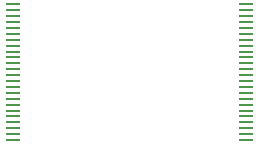
<source format=gbr>
G04 #@! TF.GenerationSoftware,KiCad,Pcbnew,(5.1.5)-3*
G04 #@! TF.CreationDate,2020-02-07T13:22:38-05:00*
G04 #@! TF.ProjectId,Flash Memory BoB,466c6173-6820-44d6-956d-6f727920426f,rev?*
G04 #@! TF.SameCoordinates,Original*
G04 #@! TF.FileFunction,Paste,Top*
G04 #@! TF.FilePolarity,Positive*
%FSLAX46Y46*%
G04 Gerber Fmt 4.6, Leading zero omitted, Abs format (unit mm)*
G04 Created by KiCad (PCBNEW (5.1.5)-3) date 2020-02-07 13:22:38*
%MOMM*%
%LPD*%
G04 APERTURE LIST*
%ADD10R,1.200899X0.239400*%
G04 APERTURE END LIST*
D10*
X120646048Y-58249999D03*
X120646048Y-58750000D03*
X120646048Y-59249999D03*
X120646048Y-59750001D03*
X120646048Y-60250000D03*
X120646048Y-60749999D03*
X120646048Y-61250000D03*
X120646048Y-61749999D03*
X120646048Y-62250001D03*
X120646048Y-62750000D03*
X120646048Y-63249999D03*
X120646048Y-63750000D03*
X120646048Y-64250000D03*
X120646048Y-64749998D03*
X120646048Y-65250000D03*
X120646048Y-65749999D03*
X120646048Y-66250001D03*
X120646048Y-66750000D03*
X120646048Y-67249999D03*
X120646048Y-67750000D03*
X120646048Y-68249999D03*
X120646048Y-68750001D03*
X120646048Y-69250000D03*
X120646048Y-69749999D03*
X100953952Y-69750001D03*
X100953952Y-69250000D03*
X100953952Y-68750001D03*
X100953952Y-68249999D03*
X100953952Y-67750000D03*
X100953952Y-67250001D03*
X100953952Y-66750000D03*
X100953952Y-66250001D03*
X100953952Y-65749999D03*
X100953952Y-65250000D03*
X100953952Y-64750001D03*
X100953952Y-64250000D03*
X100953952Y-63750000D03*
X100953952Y-63249999D03*
X100953952Y-62750000D03*
X100953952Y-62250001D03*
X100953952Y-61749999D03*
X100953952Y-61250000D03*
X100953952Y-60749999D03*
X100953952Y-60250000D03*
X100953952Y-59750001D03*
X100953952Y-59249999D03*
X100953952Y-58750000D03*
X100953952Y-58250001D03*
M02*

</source>
